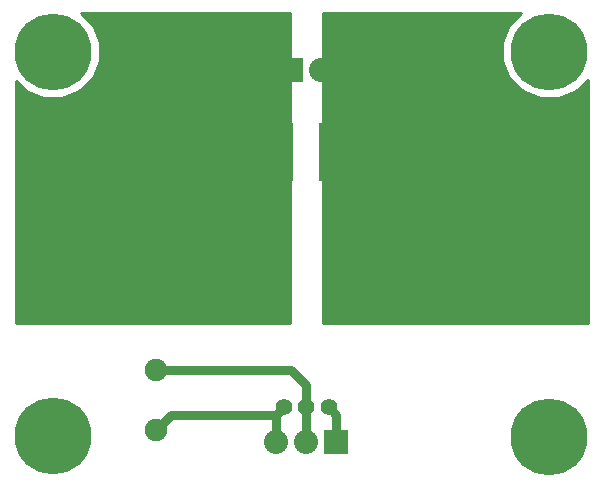
<source format=gbl>
G04 (created by PCBNEW (2013-07-07 BZR 4022)-stable) date 12/08/2014 12:32:08*
%MOIN*%
G04 Gerber Fmt 3.4, Leading zero omitted, Abs format*
%FSLAX34Y34*%
G01*
G70*
G90*
G04 APERTURE LIST*
%ADD10C,0.00590551*%
%ADD11R,0.315X0.1969*%
%ADD12C,0.0551181*%
%ADD13R,0.08X0.08*%
%ADD14C,0.08*%
%ADD15C,0.075*%
%ADD16C,0.2559*%
%ADD17C,0.472441*%
%ADD18C,0.035*%
%ADD19C,0.03*%
%ADD20C,0.01*%
G04 APERTURE END LIST*
G54D10*
G54D11*
X23000Y-14250D03*
X27000Y-14250D03*
G54D12*
X24250Y-22750D03*
X25000Y-22750D03*
X25750Y-22750D03*
G54D13*
X26000Y-23900D03*
G54D14*
X25000Y-23900D03*
X24000Y-23900D03*
G54D13*
X24500Y-11500D03*
G54D14*
X25500Y-11500D03*
G54D15*
X20000Y-23500D03*
X20000Y-21500D03*
G54D16*
X16550Y-10900D03*
X33100Y-10900D03*
X16550Y-23700D03*
X33100Y-23750D03*
G54D17*
X31750Y-15000D03*
X18000Y-15000D03*
G54D18*
X30000Y-14000D03*
X29000Y-14000D03*
X29000Y-13000D03*
X30000Y-13000D03*
X30000Y-12000D03*
X29000Y-12000D03*
X28000Y-12000D03*
X28000Y-13000D03*
X27000Y-13000D03*
X26000Y-13000D03*
X27000Y-12000D03*
X27000Y-11000D03*
X28000Y-11000D03*
X29000Y-11000D03*
X30000Y-11000D03*
X31000Y-11000D03*
X31000Y-12000D03*
X31000Y-13000D03*
X32000Y-13000D03*
X33000Y-13000D03*
X34000Y-13000D03*
X34000Y-14000D03*
X34000Y-15000D03*
X34000Y-16000D03*
X34000Y-17000D03*
X33000Y-17000D03*
X32000Y-17000D03*
X31000Y-17000D03*
X30000Y-17000D03*
X30000Y-16000D03*
X30000Y-15000D03*
X29000Y-15000D03*
X29000Y-16000D03*
X29000Y-17000D03*
X29000Y-18000D03*
X30000Y-18000D03*
X31000Y-18000D03*
X32000Y-18000D03*
X33000Y-18000D03*
X34000Y-18000D03*
X34000Y-19000D03*
X33000Y-19000D03*
X32000Y-19000D03*
X31000Y-19000D03*
X30000Y-19000D03*
X29000Y-19000D03*
X28000Y-19000D03*
X28000Y-18000D03*
X28000Y-17000D03*
X27000Y-17000D03*
X27000Y-18000D03*
X27000Y-19000D03*
X26000Y-19000D03*
X26000Y-18000D03*
X26000Y-17000D03*
X21000Y-16000D03*
X20000Y-16000D03*
X20000Y-15000D03*
X21000Y-15000D03*
X21000Y-14000D03*
X20000Y-14000D03*
X19000Y-14000D03*
X19000Y-13000D03*
X20000Y-13000D03*
X21000Y-13000D03*
X22000Y-13000D03*
X23000Y-13000D03*
X22000Y-12000D03*
X21000Y-12000D03*
X20000Y-12000D03*
X19000Y-12000D03*
X19000Y-11000D03*
X20000Y-11000D03*
X21000Y-11000D03*
X22000Y-11000D03*
X23000Y-11000D03*
X23000Y-12000D03*
X24000Y-13000D03*
X24000Y-17000D03*
X23000Y-17000D03*
X22000Y-17000D03*
X21000Y-17000D03*
X20000Y-17000D03*
X20000Y-18000D03*
X21000Y-18000D03*
X22000Y-18000D03*
X23000Y-18000D03*
X24000Y-18000D03*
X24000Y-19000D03*
X23000Y-19000D03*
X22000Y-19000D03*
X21000Y-19000D03*
X20000Y-19000D03*
X19000Y-19000D03*
X18000Y-19000D03*
X17000Y-19000D03*
X16000Y-19000D03*
X16000Y-18000D03*
X17000Y-18000D03*
X18000Y-18000D03*
X19000Y-18000D03*
X19000Y-17000D03*
X18000Y-17000D03*
X17000Y-17000D03*
X16000Y-17000D03*
X16000Y-16000D03*
X16000Y-15000D03*
X16000Y-14000D03*
X16000Y-13000D03*
X17000Y-13000D03*
X18000Y-13000D03*
G54D19*
X20000Y-23500D02*
X20500Y-23000D01*
X20500Y-23000D02*
X24000Y-23000D01*
X24000Y-23900D02*
X24000Y-23000D01*
X24000Y-23000D02*
X24250Y-22750D01*
X25000Y-23900D02*
X25000Y-22750D01*
X20000Y-21500D02*
X24500Y-21500D01*
X24500Y-21500D02*
X25000Y-22000D01*
X25000Y-22000D02*
X25000Y-22750D01*
X26000Y-23900D02*
X26000Y-23000D01*
X26000Y-23000D02*
X25750Y-22750D01*
G54D20*
X27000Y-15000D02*
X27000Y-16000D01*
X29000Y-14000D02*
X30000Y-14000D01*
X30000Y-13000D02*
X29000Y-13000D01*
X29000Y-12000D02*
X30000Y-12000D01*
X28000Y-13000D02*
X28000Y-12000D01*
X26000Y-13000D02*
X27000Y-13000D01*
X27000Y-11000D02*
X27000Y-12000D01*
X29000Y-11000D02*
X28000Y-11000D01*
X31000Y-11000D02*
X30000Y-11000D01*
X31000Y-13000D02*
X31000Y-12000D01*
X33000Y-13000D02*
X32000Y-13000D01*
X34000Y-14000D02*
X34000Y-13000D01*
X34000Y-16000D02*
X34000Y-15000D01*
X33000Y-17000D02*
X34000Y-17000D01*
X31000Y-17000D02*
X32000Y-17000D01*
X30000Y-16000D02*
X30000Y-17000D01*
X29000Y-15000D02*
X30000Y-15000D01*
X29000Y-17000D02*
X29000Y-16000D01*
X30000Y-18000D02*
X29000Y-18000D01*
X32000Y-18000D02*
X31000Y-18000D01*
X34000Y-18000D02*
X33000Y-18000D01*
X33000Y-19000D02*
X34000Y-19000D01*
X31000Y-19000D02*
X32000Y-19000D01*
X29000Y-19000D02*
X30000Y-19000D01*
X28000Y-18000D02*
X28000Y-19000D01*
X27000Y-17000D02*
X28000Y-17000D01*
X27000Y-19000D02*
X27000Y-18000D01*
X26000Y-18000D02*
X26000Y-19000D01*
X27000Y-16000D02*
X26000Y-17000D01*
X18000Y-15000D02*
X18000Y-13000D01*
X22000Y-15000D02*
X23000Y-15000D01*
X21000Y-16000D02*
X22000Y-15000D01*
X20000Y-15000D02*
X20000Y-16000D01*
X21000Y-14000D02*
X21000Y-15000D01*
X19000Y-14000D02*
X20000Y-14000D01*
X20000Y-13000D02*
X19000Y-13000D01*
X22000Y-13000D02*
X21000Y-13000D01*
X22000Y-12000D02*
X23000Y-13000D01*
X20000Y-12000D02*
X21000Y-12000D01*
X19000Y-11000D02*
X19000Y-12000D01*
X21000Y-11000D02*
X20000Y-11000D01*
X23000Y-11000D02*
X22000Y-11000D01*
X24000Y-13000D02*
X23000Y-12000D01*
X23000Y-17000D02*
X24000Y-17000D01*
X21000Y-17000D02*
X22000Y-17000D01*
X20000Y-18000D02*
X20000Y-17000D01*
X22000Y-18000D02*
X21000Y-18000D01*
X24000Y-18000D02*
X23000Y-18000D01*
X23000Y-19000D02*
X24000Y-19000D01*
X21000Y-19000D02*
X22000Y-19000D01*
X19000Y-19000D02*
X20000Y-19000D01*
X17000Y-19000D02*
X18000Y-19000D01*
X16000Y-18000D02*
X16000Y-19000D01*
X18000Y-18000D02*
X17000Y-18000D01*
X19000Y-17000D02*
X19000Y-18000D01*
X17000Y-17000D02*
X18000Y-17000D01*
X16000Y-16000D02*
X16000Y-17000D01*
X16000Y-14000D02*
X16000Y-15000D01*
X17000Y-13000D02*
X16000Y-13000D01*
G54D10*
G36*
X34380Y-19950D02*
X25550Y-19950D01*
X25550Y-9619D01*
X32166Y-9619D01*
X31773Y-10012D01*
X31534Y-10587D01*
X31534Y-11210D01*
X31772Y-11785D01*
X32212Y-12226D01*
X32787Y-12465D01*
X33410Y-12465D01*
X33985Y-12227D01*
X34380Y-11833D01*
X34380Y-19950D01*
X34380Y-19950D01*
G37*
G54D20*
X34380Y-19950D02*
X25550Y-19950D01*
X25550Y-9619D01*
X32166Y-9619D01*
X31773Y-10012D01*
X31534Y-10587D01*
X31534Y-11210D01*
X31772Y-11785D01*
X32212Y-12226D01*
X32787Y-12465D01*
X33410Y-12465D01*
X33985Y-12227D01*
X34380Y-11833D01*
X34380Y-19950D01*
G54D10*
G36*
X24450Y-19950D02*
X15319Y-19950D01*
X15319Y-11883D01*
X15662Y-12226D01*
X16237Y-12465D01*
X16860Y-12465D01*
X17435Y-12227D01*
X17876Y-11787D01*
X18115Y-11212D01*
X18115Y-10589D01*
X17877Y-10014D01*
X17483Y-9619D01*
X24450Y-9619D01*
X24450Y-19950D01*
X24450Y-19950D01*
G37*
G54D20*
X24450Y-19950D02*
X15319Y-19950D01*
X15319Y-11883D01*
X15662Y-12226D01*
X16237Y-12465D01*
X16860Y-12465D01*
X17435Y-12227D01*
X17876Y-11787D01*
X18115Y-11212D01*
X18115Y-10589D01*
X17877Y-10014D01*
X17483Y-9619D01*
X24450Y-9619D01*
X24450Y-19950D01*
M02*

</source>
